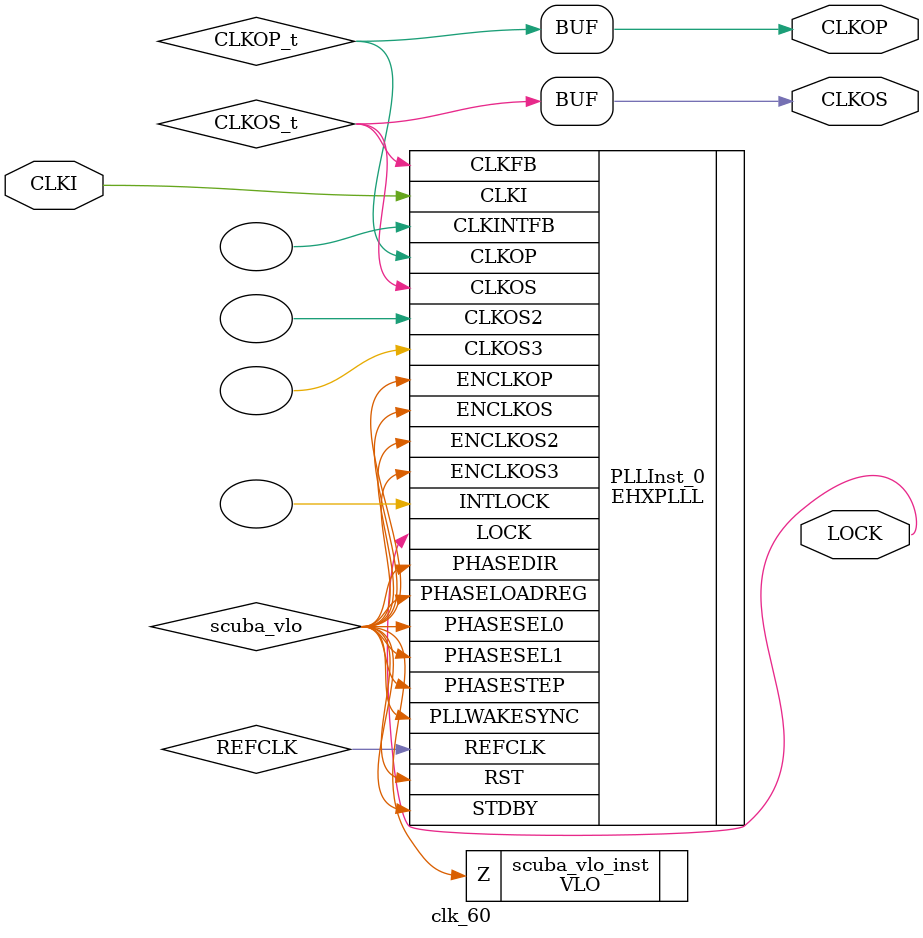
<source format=v>

module ulx3s_top(
  input  wire clk_25mhz, // -- main clock input from 25MHz clock source must be lowercase

  inout  usb_fpga_dp,
  inout  usb_fpga_dn,
  
  output usb_fpga_pu_dp,
  inout user_programn,

  output [7:0] led,

  input  flash_miso,
  output flash_mosi,
  output flash_csn,
  output flash_wpn,
  output flash_holdn,
 
  input [6:0] btn
);

    wire clk_60mhz;
	wire noop;
    wire clk_ready;
	clk_60 usb_clk(
	.CLKI(clk_25mhz),
	.CLKOP(clk_60mhz),
	.CLKOS(noop),
	.LOCK(clk_ready)
	);
	

  ////////////////////////////////////////////////////////////////////////////////
  ////////////////////////////////////////////////////////////////////////////////
  ////////
  //////// instantiate tinyfpga bootloader
  ////////
  ////////////////////////////////////////////////////////////////////////////////
  ////////////////////////////////////////////////////////////////////////////////

  reg [15:0] reset_counter = 0; // counter for debouce and prolong reset
  wire reset;
  assign reset = ~reset_counter[15];
  wire usb_p_tx;
  wire usb_n_tx;
  wire usb_p_rx;
  wire usb_n_rx;
  wire usb_tx_en;
  wire pin_led;
  wire [7:0] debug_led;
  wire boot;
  wire S_flash_clk;
  wire S_flash_csn;
  wire reset_usb;
 
  
    tinyfpga_bootloader #(
    .USB_CLOCK_MULT(5) //4->48MHz, 5->60MHz
    ) tinyfpga_bootloader_inst (
    .clk_usb(clk_60mhz),
    .clk(clk_25mhz),
    .reset(reset_usb | reset),
    .usb_p_tx(usb_p_tx),
    .usb_n_tx(usb_n_tx),
    .usb_p_rx(usb_p_rx),
    .usb_n_rx(usb_n_rx),
    .usb_tx_en(usb_tx_en),
    .led(pin_led),
    .spi_miso(flash_miso),
    .spi_mosi(flash_mosi),
    .spi_sck(S_flash_clk),
    .spi_cs(S_flash_csn),
    .boot(boot)
    );

    usb_reset_det usb_reset_det_inst(
    .clk(clk_60mhz),
    .reset(reset_usb),
    .usb_p_rx(usb_p_rx),
    .usb_n_rx(usb_n_rx)
    );
	

  assign usb_fpga_dp = reset ? 1'b0 : (usb_tx_en ? usb_p_tx : 1'bz);
  assign usb_fpga_dn = reset ? 1'b0 : (usb_tx_en ? usb_n_tx : 1'bz);
  assign usb_p_rx = usb_tx_en ? 1'b1 : usb_fpga_dp;
  assign usb_n_rx = usb_tx_en ? 1'b0 : usb_fpga_dn;

  ////////////////////////////////////////////////////////////////////////////////
  ////////////////////////////////////////////////////////////////////////////////
  ////////
  //////// Vendor-specific clock output to SPI config flash
  ////////
  ////////////////////////////////////////////////////////////////////////////////
  ////////////////////////////////////////////////////////////////////////////////
  USRMCLK usrmclk_inst (
    .USRMCLKI(S_flash_clk),
    .USRMCLKTS(S_flash_csn)
  ) /* synthesis syn_noprune=1 */;
  assign flash_csn = S_flash_csn;

  ////////////////////////////////////////////////////////////////////////////////
  ////////////////////////////////////////////////////////////////////////////////
  ////////
  //////// Debonuce and prolong RESET
  ////////
  ////////////////////////////////////////////////////////////////////////////////
  ////////////////////////////////////////////////////////////////////////////////
  always @(posedge clk_60mhz)
  begin
    if (btn[1])
      reset_counter <= 0;
    else
        reset_counter <= reset_counter + (reset_counter[15] ? 0 : 1);
  end
  

  ////////////////////////////////////////////////////////////////////////////////
  ////////////////////////////////////////////////////////////////////////////////
  ////////
  //////// ULX3S board buttons and LEDs
  ////////
  ////////////////////////////////////////////////////////////////////////////////
  ////////////////////////////////////////////////////////////////////////////////
  assign wifi_gpio0 = btn[0];
  assign led[0] = pin_led;
  assign led[1] = ~pin_led;
  assign led[2] = ~reset_counter[15];
  assign led[3] = 1;
  assign led[5] = 0;
  assign led[7] = boot;
  // assign led[3:0] = {flash_miso, flash_mosi, S_flash_clk, S_flash_csn}; 
  
  // PULLUP 1.5k D+
  assign usb_fpga_pu_dp = 1;

  // set 1 to holdn wpn for use as single bit mode spi
  assign flash_holdn = 1;
  assign flash_wpn = 1;

  // delay for BTN0 is required
  reg [3:0] R_progn = 0;
  always @(posedge clk_25mhz)
      if(btn[0])
        R_progn <= 0;
      else
        R_progn <= R_progn + 1;

  // EXIT from BOOTLOADER
  assign user_programn = ~boot & ~R_progn[3];


endmodule


module clk_60 (CLKI, CLKOP, CLKOS, LOCK)/* synthesis NGD_DRC_MASK=1 */;
    input wire CLKI;
    output wire CLKOP;
    output wire CLKOS;
    output wire LOCK;

    wire REFCLK;
    wire CLKOP_t;
    wire CLKOS_t;
    wire scuba_vhi;
    wire scuba_vlo;

    VHI scuba_vhi_inst (.Z(scuba_vhi));

    VLO scuba_vlo_inst (.Z(scuba_vlo));

    defparam PLLInst_0.PLLRST_ENA = "DISABLED" ;
    defparam PLLInst_0.INTFB_WAKE = "DISABLED" ;
    defparam PLLInst_0.STDBY_ENABLE = "DISABLED" ;
    defparam PLLInst_0.DPHASE_SOURCE = "DISABLED" ;
    defparam PLLInst_0.CLKOS3_FPHASE = 0 ;
    defparam PLLInst_0.CLKOS3_CPHASE = 0 ;
    defparam PLLInst_0.CLKOS2_FPHASE = 0 ;
    defparam PLLInst_0.CLKOS2_CPHASE = 0 ;
    defparam PLLInst_0.CLKOS_FPHASE = 0 ;
    defparam PLLInst_0.CLKOS_CPHASE = 3 ;
    defparam PLLInst_0.CLKOP_FPHASE = 0 ;
    defparam PLLInst_0.CLKOP_CPHASE = 9 ;
    defparam PLLInst_0.PLL_LOCK_MODE = 2 ;
    defparam PLLInst_0.CLKOS_TRIM_DELAY = 0 ;
    defparam PLLInst_0.CLKOS_TRIM_POL = "FALLING" ;
    defparam PLLInst_0.CLKOP_TRIM_DELAY = 0 ;
    defparam PLLInst_0.CLKOP_TRIM_POL = "FALLING" ;
    defparam PLLInst_0.OUTDIVIDER_MUXD = "DIVD" ;
    defparam PLLInst_0.CLKOS3_ENABLE = "DISABLED" ;
    defparam PLLInst_0.OUTDIVIDER_MUXC = "DIVC" ;
    defparam PLLInst_0.CLKOS2_ENABLE = "DISABLED" ;
    defparam PLLInst_0.OUTDIVIDER_MUXB = "DIVB" ;
    defparam PLLInst_0.CLKOS_ENABLE = "ENABLED" ;
    defparam PLLInst_0.OUTDIVIDER_MUXA = "DIVA" ;
    defparam PLLInst_0.CLKOP_ENABLE = "ENABLED" ;
    defparam PLLInst_0.CLKOS3_DIV = 1 ;
    defparam PLLInst_0.CLKOS2_DIV = 1 ;
    defparam PLLInst_0.CLKOS_DIV = 4 ;
    defparam PLLInst_0.CLKOP_DIV = 10 ;
    defparam PLLInst_0.CLKFB_DIV = 6 ;
    defparam PLLInst_0.CLKI_DIV = 1 ;
    defparam PLLInst_0.FEEDBK_PATH = "CLKOS" ;
    EHXPLLL PLLInst_0 (.CLKI(CLKI), .CLKFB(CLKOS_t), .PHASESEL1(scuba_vlo), 
        .PHASESEL0(scuba_vlo), .PHASEDIR(scuba_vlo), .PHASESTEP(scuba_vlo), 
        .PHASELOADREG(scuba_vlo), .STDBY(scuba_vlo), .PLLWAKESYNC(scuba_vlo), 
        .RST(scuba_vlo), .ENCLKOP(scuba_vlo), .ENCLKOS(scuba_vlo), .ENCLKOS2(scuba_vlo), 
        .ENCLKOS3(scuba_vlo), .CLKOP(CLKOP_t), .CLKOS(CLKOS_t), .CLKOS2(), 
        .CLKOS3(), .LOCK(LOCK), .INTLOCK(), .REFCLK(REFCLK), .CLKINTFB())
             /* synthesis FREQUENCY_PIN_CLKOS="150.000000" */
             /* synthesis FREQUENCY_PIN_CLKOP="60.000000" */
             /* synthesis FREQUENCY_PIN_CLKI="25.000000" */
             /* synthesis ICP_CURRENT="5" */
             /* synthesis LPF_RESISTOR="16" */;

    assign CLKOS = CLKOS_t;
    assign CLKOP = CLKOP_t;

endmodule
</source>
